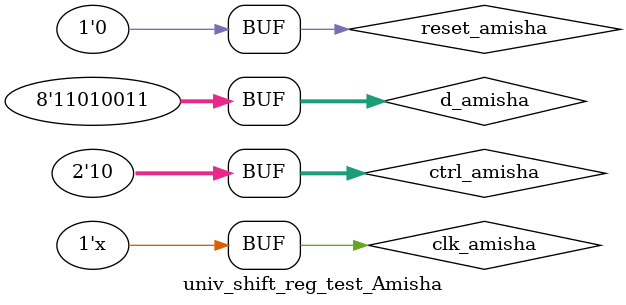
<source format=v>
`timescale 1ns / 1ps


module univ_shift_reg_test_Amisha;
	// Inputs
	reg clk_amisha;
	reg reset_amisha;
	reg [1:0] ctrl_amisha;
	reg [7:0] d_amisha;
	// Outputs
	wire [7:0] q_amisha;
	// Instantiate the Unit Under Test (UUT)
	univ_shift_reg_Amisha uut (
		.clk_amisha(clk_amisha), 
		.reset_amisha(reset_amisha), 
		.ctrl_amisha(ctrl_amisha), 
		.d_amisha(d_amisha), 
		.q_amisha(q_amisha)
	);
	initial begin
		clk_amisha = 0;
		reset_amisha = 1;
		ctrl_amisha = 0;
		d_amisha = 0;
		#100; 
		reset_amisha = 0;
		#100; 
		d_amisha = 8'b11010011;
		ctrl_amisha = 2'b11;
		#100; 
		ctrl_amisha = 2'b01;
		#100;
		ctrl_amisha = 2'b01;
		#100;
		ctrl_amisha = 2'b11;
		#100;
		ctrl_amisha = 2'b10;
		#100; 
		ctrl_amisha = 2'b10;
		#100; 		
	end
always #50 clk_amisha = ~clk_amisha;
endmodule


</source>
